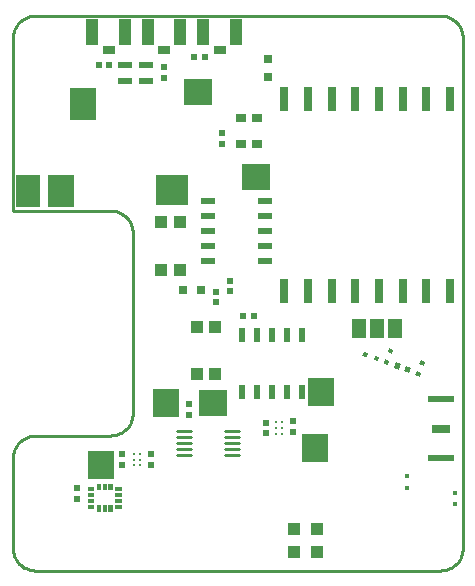
<source format=gbr>
G04 EAGLE Gerber RS-274X export*
G75*
%MOMM*%
%FSLAX34Y34*%
%LPD*%
%INSolderpaste Top*%
%IPPOS*%
%AMOC8*
5,1,8,0,0,1.08239X$1,22.5*%
G01*
%ADD10R,0.620000X0.620000*%
%ADD11R,0.508000X1.270000*%
%ADD12R,1.270000X0.508000*%
%ADD13R,2.489200X2.235200*%
%ADD14R,2.235200X2.489200*%
%ADD15R,0.900000X0.660000*%
%ADD16R,0.500000X0.500000*%
%ADD17R,1.168400X1.600200*%
%ADD18C,0.030000*%
%ADD19R,0.800000X2.000000*%
%ADD20C,0.250000*%
%ADD21C,0.254000*%
%ADD22R,2.250000X0.600000*%
%ADD23R,1.500000X0.750000*%
%ADD24R,0.375000X0.375000*%
%ADD25R,1.000000X1.000000*%
%ADD26R,1.050000X2.200000*%
%ADD27R,1.000000X0.800000*%
%ADD28R,0.375000X0.375000*%
%ADD29R,0.500000X0.500000*%
%ADD30R,2.000000X2.800000*%
%ADD31R,2.800000X2.600000*%
%ADD32R,2.200000X2.800000*%
%ADD33R,1.295400X0.609600*%
%ADD34R,0.800000X0.800000*%


D10*
X214249Y116150D03*
X214249Y125150D03*
X237490Y117420D03*
X237490Y126420D03*
X116840Y98480D03*
X116840Y89480D03*
X92710Y98480D03*
X92710Y89480D03*
X54737Y69524D03*
X54737Y60524D03*
X183769Y245546D03*
X183769Y236546D03*
X177419Y361260D03*
X177419Y370260D03*
D11*
X245110Y199771D03*
X245110Y151511D03*
X232410Y199771D03*
X232410Y151511D03*
X219710Y199771D03*
X219710Y151511D03*
X207010Y199771D03*
X207010Y151511D03*
X194310Y199771D03*
X194310Y151511D03*
D12*
X164973Y312928D03*
X213233Y312928D03*
X164973Y300228D03*
X213233Y300228D03*
X164973Y287528D03*
X213233Y287528D03*
X164973Y274828D03*
X213233Y274828D03*
X164973Y262128D03*
X213233Y262128D03*
D13*
X169291Y141605D03*
D14*
X129413Y141859D03*
X255905Y103505D03*
X74676Y89535D03*
D13*
X206248Y332994D03*
D15*
X206394Y361160D03*
X206394Y383060D03*
X192894Y383060D03*
X192894Y361160D03*
D16*
X195017Y215773D03*
X204017Y215773D03*
X171831Y227021D03*
X171831Y236021D03*
D17*
G36*
X298774Y196916D02*
X287091Y196937D01*
X287118Y212938D01*
X298801Y212917D01*
X298774Y196916D01*
G37*
G36*
X314014Y196889D02*
X302331Y196910D01*
X302358Y212911D01*
X314041Y212890D01*
X314014Y196889D01*
G37*
G36*
X329254Y196862D02*
X317571Y196883D01*
X317598Y212884D01*
X329281Y212863D01*
X329254Y196862D01*
G37*
D18*
X91343Y55826D02*
X86643Y55826D01*
X91343Y55826D02*
X91343Y53126D01*
X86643Y53126D01*
X86643Y55826D01*
X86643Y53411D02*
X91343Y53411D01*
X91343Y53696D02*
X86643Y53696D01*
X86643Y53981D02*
X91343Y53981D01*
X91343Y54266D02*
X86643Y54266D01*
X86643Y54551D02*
X91343Y54551D01*
X91343Y54836D02*
X86643Y54836D01*
X86643Y55121D02*
X91343Y55121D01*
X91343Y55406D02*
X86643Y55406D01*
X86643Y55691D02*
X91343Y55691D01*
X91343Y60826D02*
X86643Y60826D01*
X91343Y60826D02*
X91343Y58126D01*
X86643Y58126D01*
X86643Y60826D01*
X86643Y58411D02*
X91343Y58411D01*
X91343Y58696D02*
X86643Y58696D01*
X86643Y58981D02*
X91343Y58981D01*
X91343Y59266D02*
X86643Y59266D01*
X86643Y59551D02*
X91343Y59551D01*
X91343Y59836D02*
X86643Y59836D01*
X86643Y60121D02*
X91343Y60121D01*
X91343Y60406D02*
X86643Y60406D01*
X86643Y60691D02*
X91343Y60691D01*
X91343Y65826D02*
X86643Y65826D01*
X91343Y65826D02*
X91343Y63126D01*
X86643Y63126D01*
X86643Y65826D01*
X86643Y63411D02*
X91343Y63411D01*
X91343Y63696D02*
X86643Y63696D01*
X86643Y63981D02*
X91343Y63981D01*
X91343Y64266D02*
X86643Y64266D01*
X86643Y64551D02*
X91343Y64551D01*
X91343Y64836D02*
X86643Y64836D01*
X86643Y65121D02*
X91343Y65121D01*
X91343Y65406D02*
X86643Y65406D01*
X86643Y65691D02*
X91343Y65691D01*
X91343Y70826D02*
X86643Y70826D01*
X91343Y70826D02*
X91343Y68126D01*
X86643Y68126D01*
X86643Y70826D01*
X86643Y68411D02*
X91343Y68411D01*
X91343Y68696D02*
X86643Y68696D01*
X86643Y68981D02*
X91343Y68981D01*
X91343Y69266D02*
X86643Y69266D01*
X86643Y69551D02*
X91343Y69551D01*
X91343Y69836D02*
X86643Y69836D01*
X86643Y70121D02*
X91343Y70121D01*
X91343Y70406D02*
X86643Y70406D01*
X86643Y70691D02*
X91343Y70691D01*
X80993Y68776D02*
X80993Y73476D01*
X83693Y73476D01*
X83693Y68776D01*
X80993Y68776D01*
X80993Y69061D02*
X83693Y69061D01*
X83693Y69346D02*
X80993Y69346D01*
X80993Y69631D02*
X83693Y69631D01*
X83693Y69916D02*
X80993Y69916D01*
X80993Y70201D02*
X83693Y70201D01*
X83693Y70486D02*
X80993Y70486D01*
X80993Y70771D02*
X83693Y70771D01*
X83693Y71056D02*
X80993Y71056D01*
X80993Y71341D02*
X83693Y71341D01*
X83693Y71626D02*
X80993Y71626D01*
X80993Y71911D02*
X83693Y71911D01*
X83693Y72196D02*
X80993Y72196D01*
X80993Y72481D02*
X83693Y72481D01*
X83693Y72766D02*
X80993Y72766D01*
X80993Y73051D02*
X83693Y73051D01*
X83693Y73336D02*
X80993Y73336D01*
X75993Y73476D02*
X75993Y68776D01*
X75993Y73476D02*
X78693Y73476D01*
X78693Y68776D01*
X75993Y68776D01*
X75993Y69061D02*
X78693Y69061D01*
X78693Y69346D02*
X75993Y69346D01*
X75993Y69631D02*
X78693Y69631D01*
X78693Y69916D02*
X75993Y69916D01*
X75993Y70201D02*
X78693Y70201D01*
X78693Y70486D02*
X75993Y70486D01*
X75993Y70771D02*
X78693Y70771D01*
X78693Y71056D02*
X75993Y71056D01*
X75993Y71341D02*
X78693Y71341D01*
X78693Y71626D02*
X75993Y71626D01*
X75993Y71911D02*
X78693Y71911D01*
X78693Y72196D02*
X75993Y72196D01*
X75993Y72481D02*
X78693Y72481D01*
X78693Y72766D02*
X75993Y72766D01*
X75993Y73051D02*
X78693Y73051D01*
X78693Y73336D02*
X75993Y73336D01*
X70993Y73476D02*
X70993Y68776D01*
X70993Y73476D02*
X73693Y73476D01*
X73693Y68776D01*
X70993Y68776D01*
X70993Y69061D02*
X73693Y69061D01*
X73693Y69346D02*
X70993Y69346D01*
X70993Y69631D02*
X73693Y69631D01*
X73693Y69916D02*
X70993Y69916D01*
X70993Y70201D02*
X73693Y70201D01*
X73693Y70486D02*
X70993Y70486D01*
X70993Y70771D02*
X73693Y70771D01*
X73693Y71056D02*
X70993Y71056D01*
X70993Y71341D02*
X73693Y71341D01*
X73693Y71626D02*
X70993Y71626D01*
X70993Y71911D02*
X73693Y71911D01*
X73693Y72196D02*
X70993Y72196D01*
X70993Y72481D02*
X73693Y72481D01*
X73693Y72766D02*
X70993Y72766D01*
X70993Y73051D02*
X73693Y73051D01*
X73693Y73336D02*
X70993Y73336D01*
X68043Y68126D02*
X63343Y68126D01*
X63343Y70826D01*
X68043Y70826D01*
X68043Y68126D01*
X68043Y68411D02*
X63343Y68411D01*
X63343Y68696D02*
X68043Y68696D01*
X68043Y68981D02*
X63343Y68981D01*
X63343Y69266D02*
X68043Y69266D01*
X68043Y69551D02*
X63343Y69551D01*
X63343Y69836D02*
X68043Y69836D01*
X68043Y70121D02*
X63343Y70121D01*
X63343Y70406D02*
X68043Y70406D01*
X68043Y70691D02*
X63343Y70691D01*
X63343Y63126D02*
X68043Y63126D01*
X63343Y63126D02*
X63343Y65826D01*
X68043Y65826D01*
X68043Y63126D01*
X68043Y63411D02*
X63343Y63411D01*
X63343Y63696D02*
X68043Y63696D01*
X68043Y63981D02*
X63343Y63981D01*
X63343Y64266D02*
X68043Y64266D01*
X68043Y64551D02*
X63343Y64551D01*
X63343Y64836D02*
X68043Y64836D01*
X68043Y65121D02*
X63343Y65121D01*
X63343Y65406D02*
X68043Y65406D01*
X68043Y65691D02*
X63343Y65691D01*
X63343Y58126D02*
X68043Y58126D01*
X63343Y58126D02*
X63343Y60826D01*
X68043Y60826D01*
X68043Y58126D01*
X68043Y58411D02*
X63343Y58411D01*
X63343Y58696D02*
X68043Y58696D01*
X68043Y58981D02*
X63343Y58981D01*
X63343Y59266D02*
X68043Y59266D01*
X68043Y59551D02*
X63343Y59551D01*
X63343Y59836D02*
X68043Y59836D01*
X68043Y60121D02*
X63343Y60121D01*
X63343Y60406D02*
X68043Y60406D01*
X68043Y60691D02*
X63343Y60691D01*
X63343Y53126D02*
X68043Y53126D01*
X63343Y53126D02*
X63343Y55826D01*
X68043Y55826D01*
X68043Y53126D01*
X68043Y53411D02*
X63343Y53411D01*
X63343Y53696D02*
X68043Y53696D01*
X68043Y53981D02*
X63343Y53981D01*
X63343Y54266D02*
X68043Y54266D01*
X68043Y54551D02*
X63343Y54551D01*
X63343Y54836D02*
X68043Y54836D01*
X68043Y55121D02*
X63343Y55121D01*
X63343Y55406D02*
X68043Y55406D01*
X68043Y55691D02*
X63343Y55691D01*
X73693Y55176D02*
X73693Y50476D01*
X70993Y50476D01*
X70993Y55176D01*
X73693Y55176D01*
X73693Y50761D02*
X70993Y50761D01*
X70993Y51046D02*
X73693Y51046D01*
X73693Y51331D02*
X70993Y51331D01*
X70993Y51616D02*
X73693Y51616D01*
X73693Y51901D02*
X70993Y51901D01*
X70993Y52186D02*
X73693Y52186D01*
X73693Y52471D02*
X70993Y52471D01*
X70993Y52756D02*
X73693Y52756D01*
X73693Y53041D02*
X70993Y53041D01*
X70993Y53326D02*
X73693Y53326D01*
X73693Y53611D02*
X70993Y53611D01*
X70993Y53896D02*
X73693Y53896D01*
X73693Y54181D02*
X70993Y54181D01*
X70993Y54466D02*
X73693Y54466D01*
X73693Y54751D02*
X70993Y54751D01*
X70993Y55036D02*
X73693Y55036D01*
X78693Y55176D02*
X78693Y50476D01*
X75993Y50476D01*
X75993Y55176D01*
X78693Y55176D01*
X78693Y50761D02*
X75993Y50761D01*
X75993Y51046D02*
X78693Y51046D01*
X78693Y51331D02*
X75993Y51331D01*
X75993Y51616D02*
X78693Y51616D01*
X78693Y51901D02*
X75993Y51901D01*
X75993Y52186D02*
X78693Y52186D01*
X78693Y52471D02*
X75993Y52471D01*
X75993Y52756D02*
X78693Y52756D01*
X78693Y53041D02*
X75993Y53041D01*
X75993Y53326D02*
X78693Y53326D01*
X78693Y53611D02*
X75993Y53611D01*
X75993Y53896D02*
X78693Y53896D01*
X78693Y54181D02*
X75993Y54181D01*
X75993Y54466D02*
X78693Y54466D01*
X78693Y54751D02*
X75993Y54751D01*
X75993Y55036D02*
X78693Y55036D01*
X83693Y55176D02*
X83693Y50476D01*
X80993Y50476D01*
X80993Y55176D01*
X83693Y55176D01*
X83693Y50761D02*
X80993Y50761D01*
X80993Y51046D02*
X83693Y51046D01*
X83693Y51331D02*
X80993Y51331D01*
X80993Y51616D02*
X83693Y51616D01*
X83693Y51901D02*
X80993Y51901D01*
X80993Y52186D02*
X83693Y52186D01*
X83693Y52471D02*
X80993Y52471D01*
X80993Y52756D02*
X83693Y52756D01*
X83693Y53041D02*
X80993Y53041D01*
X80993Y53326D02*
X83693Y53326D01*
X83693Y53611D02*
X80993Y53611D01*
X80993Y53896D02*
X83693Y53896D01*
X83693Y54181D02*
X80993Y54181D01*
X80993Y54466D02*
X83693Y54466D01*
X83693Y54751D02*
X80993Y54751D01*
X80993Y55036D02*
X83693Y55036D01*
D19*
X229974Y236888D03*
X249974Y236888D03*
X269974Y236888D03*
X289974Y236888D03*
X309974Y236888D03*
X329974Y236888D03*
X349974Y236888D03*
X369974Y236888D03*
X369974Y398888D03*
X349974Y398888D03*
X329974Y398888D03*
X309974Y398888D03*
X289974Y398888D03*
X269974Y398888D03*
X249974Y398888D03*
X229974Y398888D03*
D20*
X151104Y118204D02*
X139104Y118204D01*
X139104Y113204D02*
X151104Y113204D01*
X151104Y108204D02*
X139104Y108204D01*
X139104Y103204D02*
X151104Y103204D01*
X151104Y98204D02*
X139104Y98204D01*
X179604Y98204D02*
X191604Y98204D01*
X191604Y103204D02*
X179604Y103204D01*
X179604Y108204D02*
X191604Y108204D01*
X191604Y113204D02*
X179604Y113204D01*
X179604Y118204D02*
X191604Y118204D01*
D21*
X223179Y115650D03*
X228179Y115650D03*
X223179Y120650D03*
X228179Y120650D03*
X223179Y125650D03*
X228179Y125650D03*
X107910Y98980D03*
X102910Y98980D03*
X107910Y93980D03*
X102910Y93980D03*
X107910Y88980D03*
X102910Y88980D03*
D22*
X362935Y145075D03*
X362935Y95075D03*
D23*
X362935Y120075D03*
D24*
X374619Y56024D03*
X374619Y66024D03*
X333959Y79984D03*
X333959Y69984D03*
D25*
X155576Y206055D03*
X171576Y206055D03*
X171576Y166055D03*
X155576Y166055D03*
X125350Y294828D03*
X141350Y294828D03*
X141350Y254828D03*
X125350Y254828D03*
D26*
X94903Y456311D03*
X67403Y456311D03*
D27*
X81153Y441061D03*
D26*
X141893Y456311D03*
X114393Y456311D03*
D27*
X128143Y441061D03*
D26*
X188883Y456184D03*
X161383Y456184D03*
D27*
X175133Y440934D03*
D16*
X162615Y434721D03*
X153615Y434721D03*
D28*
G36*
X299533Y180497D02*
X296010Y181780D01*
X297293Y185303D01*
X300816Y184020D01*
X299533Y180497D01*
G37*
G36*
X308930Y177077D02*
X305407Y178360D01*
X306690Y181883D01*
X310213Y180600D01*
X308930Y177077D01*
G37*
G36*
X318785Y177463D02*
X317502Y173940D01*
X313979Y175223D01*
X315262Y178746D01*
X318785Y177463D01*
G37*
G36*
X322205Y186860D02*
X320922Y183337D01*
X317399Y184620D01*
X318682Y188143D01*
X322205Y186860D01*
G37*
G36*
X345603Y167530D02*
X344320Y164007D01*
X340797Y165290D01*
X342080Y168813D01*
X345603Y167530D01*
G37*
G36*
X349023Y176927D02*
X347740Y173404D01*
X344217Y174687D01*
X345500Y178210D01*
X349023Y176927D01*
G37*
D29*
G36*
X327076Y169958D02*
X322378Y171668D01*
X324088Y176366D01*
X328786Y174656D01*
X327076Y169958D01*
G37*
G36*
X335533Y166880D02*
X330835Y168590D01*
X332545Y173288D01*
X337243Y171578D01*
X335533Y166880D01*
G37*
D30*
X12828Y321394D03*
D31*
X134828Y322394D03*
D32*
X59828Y395394D03*
X40828Y321394D03*
D13*
X156845Y405257D03*
D33*
X113157Y414886D03*
X113157Y427886D03*
X95123Y427886D03*
X95123Y414886D03*
D10*
X128397Y426394D03*
X128397Y417394D03*
D14*
X261241Y150936D03*
D10*
X149352Y131771D03*
X149352Y140771D03*
D34*
X215900Y417950D03*
X215900Y432950D03*
D10*
X81716Y428117D03*
X72716Y428117D03*
D34*
X159138Y237871D03*
X144138Y237871D03*
D25*
X257650Y35400D03*
X257650Y15400D03*
X237650Y35400D03*
X237650Y15400D03*
D21*
X0Y19050D02*
X73Y17390D01*
X289Y15742D01*
X649Y14120D01*
X1149Y12535D01*
X1785Y10999D01*
X2552Y9525D01*
X3445Y8123D01*
X4457Y6805D01*
X5580Y5580D01*
X6805Y4457D01*
X8123Y3445D01*
X9525Y2552D01*
X10999Y1785D01*
X12535Y1149D01*
X14120Y649D01*
X15742Y289D01*
X17390Y73D01*
X19050Y0D01*
X361950Y0D01*
X363610Y73D01*
X365258Y289D01*
X366881Y649D01*
X368465Y1149D01*
X370001Y1785D01*
X371475Y2552D01*
X372877Y3445D01*
X374195Y4457D01*
X375420Y5580D01*
X376543Y6805D01*
X377555Y8123D01*
X378448Y9525D01*
X379215Y10999D01*
X379851Y12535D01*
X380351Y14120D01*
X380711Y15742D01*
X380928Y17390D01*
X381000Y19050D01*
X381000Y450850D01*
X380928Y452510D01*
X380711Y454158D01*
X380351Y455781D01*
X379851Y457365D01*
X379215Y458901D01*
X378448Y460375D01*
X377555Y461777D01*
X376543Y463095D01*
X375420Y464320D01*
X374195Y465443D01*
X372877Y466455D01*
X371475Y467348D01*
X370001Y468115D01*
X368465Y468751D01*
X366881Y469251D01*
X365258Y469611D01*
X363610Y469828D01*
X361950Y469900D01*
X19050Y469900D01*
X17390Y469828D01*
X15742Y469611D01*
X14120Y469251D01*
X12535Y468751D01*
X10999Y468115D01*
X9525Y467348D01*
X8123Y466455D01*
X6805Y465443D01*
X5580Y464320D01*
X4457Y463095D01*
X3445Y461777D01*
X2552Y460375D01*
X1785Y458901D01*
X1149Y457365D01*
X649Y455781D01*
X289Y454158D01*
X73Y452510D01*
X0Y450850D01*
X0Y304800D01*
X82550Y304800D01*
X84210Y304728D01*
X85858Y304511D01*
X87481Y304151D01*
X89065Y303651D01*
X90601Y303015D01*
X92075Y302248D01*
X93477Y301355D01*
X94795Y300343D01*
X96020Y299220D01*
X97143Y297995D01*
X98155Y296677D01*
X99048Y295275D01*
X99815Y293801D01*
X100451Y292265D01*
X100951Y290681D01*
X101311Y289058D01*
X101528Y287410D01*
X101600Y285750D01*
X101600Y133350D01*
X101528Y131690D01*
X101311Y130042D01*
X100951Y128420D01*
X100451Y126835D01*
X99815Y125299D01*
X99048Y123825D01*
X98155Y122423D01*
X97143Y121105D01*
X96020Y119880D01*
X94795Y118757D01*
X93477Y117745D01*
X92075Y116852D01*
X90601Y116085D01*
X89065Y115449D01*
X87481Y114949D01*
X85858Y114589D01*
X84210Y114373D01*
X82550Y114300D01*
X19050Y114300D01*
X17390Y114228D01*
X15742Y114011D01*
X14120Y113651D01*
X12535Y113151D01*
X10999Y112515D01*
X9525Y111748D01*
X8123Y110855D01*
X6805Y109843D01*
X5580Y108720D01*
X4457Y107495D01*
X3445Y106177D01*
X2552Y104775D01*
X1785Y103301D01*
X1149Y101765D01*
X649Y100181D01*
X289Y98558D01*
X73Y96910D01*
X0Y95250D01*
X0Y19050D01*
M02*

</source>
